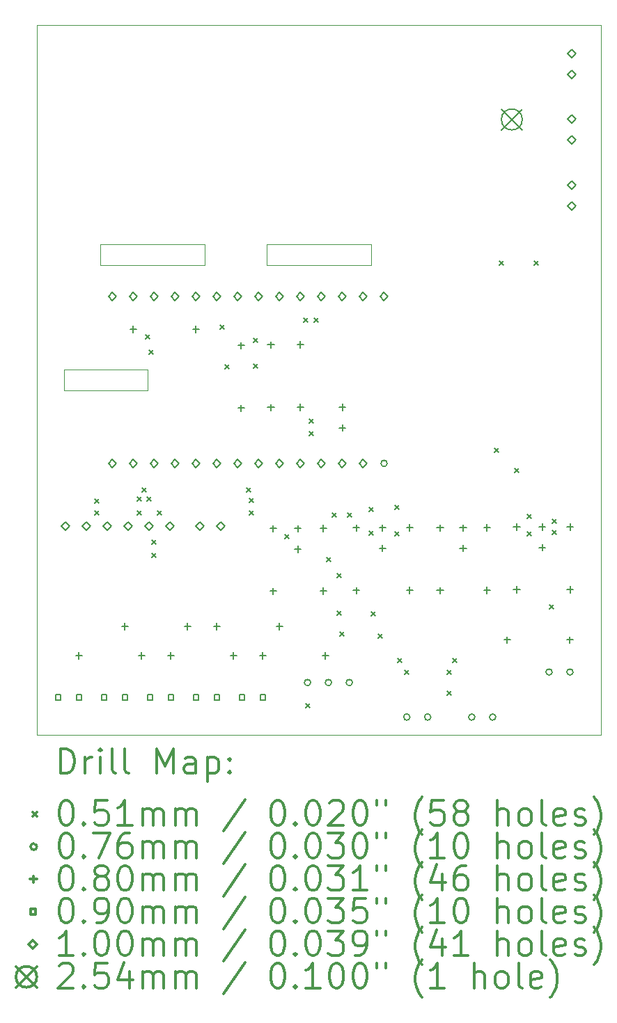
<source format=gbr>
%FSLAX45Y45*%
G04 Gerber Fmt 4.5, Leading zero omitted, Abs format (unit mm)*
G04 Created by KiCad (PCBNEW (5.1.4)-1) date 2019-12-10 14:52:41*
%MOMM*%
%LPD*%
G04 APERTURE LIST*
%ADD10C,0.100000*%
%ADD11C,0.200000*%
%ADD12C,0.300000*%
G04 APERTURE END LIST*
D10*
X4572600Y-5207000D02*
X4572600Y-5461000D01*
X3302600Y-5207000D02*
X3302600Y-5461000D01*
X3302600Y-5207000D02*
X4572600Y-5207000D01*
X3302600Y-5461000D02*
X4572600Y-5461000D01*
X5334000Y-5461000D02*
X5334000Y-5207000D01*
X6604000Y-5207000D02*
X6604000Y-5461000D01*
X5334000Y-5207000D02*
X6604000Y-5207000D01*
X5334000Y-5461000D02*
X6604000Y-5461000D01*
X2870200Y-6985000D02*
X3886200Y-6985000D01*
X3886200Y-6731000D02*
X2870200Y-6731000D01*
X2870200Y-6731000D02*
X2870200Y-6985000D01*
X2540000Y-11176000D02*
X9398000Y-11176000D01*
X9398000Y-2540000D02*
X9398000Y-11176000D01*
X2540000Y-2540000D02*
X2540000Y-11176000D01*
X3886200Y-6731000D02*
X3886200Y-6985000D01*
X2540000Y-2540000D02*
X9398000Y-2540000D01*
D11*
X3238600Y-8303480D02*
X3289400Y-8354280D01*
X3289400Y-8303480D02*
X3238600Y-8354280D01*
X3238600Y-8451600D02*
X3289400Y-8502400D01*
X3289400Y-8451600D02*
X3238600Y-8502400D01*
X3755580Y-8450620D02*
X3806380Y-8501420D01*
X3806380Y-8450620D02*
X3755580Y-8501420D01*
X3755600Y-8278600D02*
X3806400Y-8329400D01*
X3806400Y-8278600D02*
X3755600Y-8329400D01*
X3812600Y-8168600D02*
X3863400Y-8219400D01*
X3863400Y-8168600D02*
X3812600Y-8219400D01*
X3855600Y-6304600D02*
X3906400Y-6355400D01*
X3906400Y-6304600D02*
X3855600Y-6355400D01*
X3873600Y-8278600D02*
X3924400Y-8329400D01*
X3924400Y-8278600D02*
X3873600Y-8329400D01*
X3873600Y-8278600D02*
X3924400Y-8329400D01*
X3924400Y-8278600D02*
X3873600Y-8329400D01*
X3898821Y-6495091D02*
X3949621Y-6545891D01*
X3949621Y-6495091D02*
X3898821Y-6545891D01*
X3930600Y-8802600D02*
X3981400Y-8853400D01*
X3981400Y-8802600D02*
X3930600Y-8853400D01*
X3930650Y-8969756D02*
X3981450Y-9020556D01*
X3981450Y-8969756D02*
X3930650Y-9020556D01*
X3930650Y-8969756D02*
X3981450Y-9020556D01*
X3981450Y-8969756D02*
X3930650Y-9020556D01*
X3999600Y-8450600D02*
X4050400Y-8501400D01*
X4050400Y-8450600D02*
X3999600Y-8501400D01*
X4763870Y-6188600D02*
X4814670Y-6239400D01*
X4814670Y-6188600D02*
X4763870Y-6239400D01*
X4824600Y-6676600D02*
X4875400Y-6727400D01*
X4875400Y-6676600D02*
X4824600Y-6727400D01*
X5080600Y-8171600D02*
X5131400Y-8222400D01*
X5131400Y-8171600D02*
X5080600Y-8222400D01*
X5122600Y-8299600D02*
X5173400Y-8350400D01*
X5173400Y-8299600D02*
X5122600Y-8350400D01*
X5122600Y-8451600D02*
X5173400Y-8502400D01*
X5173400Y-8451600D02*
X5122600Y-8502400D01*
X5168600Y-6353600D02*
X5219400Y-6404400D01*
X5219400Y-6353600D02*
X5168600Y-6404400D01*
X5168600Y-6665091D02*
X5219400Y-6715891D01*
X5219400Y-6665091D02*
X5168600Y-6715891D01*
X5553600Y-8736600D02*
X5604400Y-8787400D01*
X5604400Y-8736600D02*
X5553600Y-8787400D01*
X5776600Y-6102600D02*
X5827400Y-6153400D01*
X5827400Y-6102600D02*
X5776600Y-6153400D01*
X5776600Y-6102600D02*
X5827400Y-6153400D01*
X5827400Y-6102600D02*
X5776600Y-6153400D01*
X5800600Y-10799600D02*
X5851400Y-10850400D01*
X5851400Y-10799600D02*
X5800600Y-10850400D01*
X5842600Y-7334600D02*
X5893400Y-7385400D01*
X5893400Y-7334600D02*
X5842600Y-7385400D01*
X5842600Y-7334600D02*
X5893400Y-7385400D01*
X5893400Y-7334600D02*
X5842600Y-7385400D01*
X5842600Y-7489600D02*
X5893400Y-7540400D01*
X5893400Y-7489600D02*
X5842600Y-7540400D01*
X5907370Y-6102600D02*
X5958170Y-6153400D01*
X5958170Y-6102600D02*
X5907370Y-6153400D01*
X6059600Y-9019600D02*
X6110400Y-9070400D01*
X6110400Y-9019600D02*
X6059600Y-9070400D01*
X6059600Y-9019600D02*
X6110400Y-9070400D01*
X6110400Y-9019600D02*
X6059600Y-9070400D01*
X6124600Y-8474600D02*
X6175400Y-8525400D01*
X6175400Y-8474600D02*
X6124600Y-8525400D01*
X6185850Y-9667850D02*
X6236650Y-9718650D01*
X6236650Y-9667850D02*
X6185850Y-9718650D01*
X6186600Y-9210600D02*
X6237400Y-9261400D01*
X6237400Y-9210600D02*
X6186600Y-9261400D01*
X6217600Y-9922600D02*
X6268400Y-9973400D01*
X6268400Y-9922600D02*
X6217600Y-9973400D01*
X6314600Y-8474600D02*
X6365400Y-8525400D01*
X6365400Y-8474600D02*
X6314600Y-8525400D01*
X6572600Y-8409830D02*
X6623400Y-8460630D01*
X6623400Y-8409830D02*
X6572600Y-8460630D01*
X6572600Y-8695370D02*
X6623400Y-8746170D01*
X6623400Y-8695370D02*
X6572600Y-8746170D01*
X6598600Y-9674600D02*
X6649400Y-9725400D01*
X6649400Y-9674600D02*
X6598600Y-9725400D01*
X6598600Y-9674600D02*
X6649400Y-9725400D01*
X6649400Y-9674600D02*
X6598600Y-9725400D01*
X6680600Y-9947600D02*
X6731400Y-9998400D01*
X6731400Y-9947600D02*
X6680600Y-9998400D01*
X6884600Y-8384600D02*
X6935400Y-8435400D01*
X6935400Y-8384600D02*
X6884600Y-8435400D01*
X6884600Y-8704600D02*
X6935400Y-8755400D01*
X6935400Y-8704600D02*
X6884600Y-8755400D01*
X6924600Y-10241600D02*
X6975400Y-10292400D01*
X6975400Y-10241600D02*
X6924600Y-10292400D01*
X7007600Y-10392600D02*
X7058400Y-10443400D01*
X7058400Y-10392600D02*
X7007600Y-10443400D01*
X7520600Y-10393600D02*
X7571400Y-10444400D01*
X7571400Y-10393600D02*
X7520600Y-10444400D01*
X7520600Y-10393600D02*
X7571400Y-10444400D01*
X7571400Y-10393600D02*
X7520600Y-10444400D01*
X7520600Y-10640600D02*
X7571400Y-10691400D01*
X7571400Y-10640600D02*
X7520600Y-10691400D01*
X7592600Y-10241600D02*
X7643400Y-10292400D01*
X7643400Y-10241600D02*
X7592600Y-10292400D01*
X8094600Y-7686600D02*
X8145400Y-7737400D01*
X8145400Y-7686600D02*
X8094600Y-7737400D01*
X8154600Y-5414600D02*
X8205400Y-5465400D01*
X8205400Y-5414600D02*
X8154600Y-5465400D01*
X8343600Y-7935600D02*
X8394400Y-7986400D01*
X8394400Y-7935600D02*
X8343600Y-7986400D01*
X8494600Y-8494600D02*
X8545400Y-8545400D01*
X8545400Y-8494600D02*
X8494600Y-8545400D01*
X8494600Y-8704600D02*
X8545400Y-8755400D01*
X8545400Y-8704600D02*
X8494600Y-8755400D01*
X8584600Y-5414600D02*
X8635400Y-5465400D01*
X8635400Y-5414600D02*
X8584600Y-5465400D01*
X8764600Y-9594600D02*
X8815400Y-9645400D01*
X8815400Y-9594600D02*
X8764600Y-9645400D01*
X8804600Y-8554600D02*
X8855400Y-8605400D01*
X8855400Y-8554600D02*
X8804600Y-8605400D01*
X8804600Y-8685370D02*
X8855400Y-8736170D01*
X8855400Y-8685370D02*
X8804600Y-8736170D01*
X8804600Y-8685370D02*
X8855400Y-8736170D01*
X8855400Y-8685370D02*
X8804600Y-8736170D01*
X8801100Y-10412500D02*
G75*
G03X8801100Y-10412500I-38100J0D01*
G01*
X9055100Y-10412500D02*
G75*
G03X9055100Y-10412500I-38100J0D01*
G01*
X5864100Y-10540000D02*
G75*
G03X5864100Y-10540000I-38100J0D01*
G01*
X6118100Y-10540000D02*
G75*
G03X6118100Y-10540000I-38100J0D01*
G01*
X6372100Y-10540000D02*
G75*
G03X6372100Y-10540000I-38100J0D01*
G01*
X7071100Y-10960000D02*
G75*
G03X7071100Y-10960000I-38100J0D01*
G01*
X7325100Y-10960000D02*
G75*
G03X7325100Y-10960000I-38100J0D01*
G01*
X7861100Y-10960000D02*
G75*
G03X7861100Y-10960000I-38100J0D01*
G01*
X8115100Y-10960000D02*
G75*
G03X8115100Y-10960000I-38100J0D01*
G01*
X6794600Y-7874000D02*
G75*
G03X6794600Y-7874000I-38100J0D01*
G01*
X6739000Y-8616000D02*
X6739000Y-8696000D01*
X6699000Y-8656000D02*
X6779000Y-8656000D01*
X6739000Y-8866000D02*
X6739000Y-8946000D01*
X6699000Y-8906000D02*
X6779000Y-8906000D01*
X9019000Y-8606000D02*
X9019000Y-8686000D01*
X8979000Y-8646000D02*
X9059000Y-8646000D01*
X9019000Y-9368000D02*
X9019000Y-9448000D01*
X8979000Y-9408000D02*
X9059000Y-9408000D01*
X3048000Y-10170800D02*
X3048000Y-10250800D01*
X3008000Y-10210800D02*
X3088000Y-10210800D01*
X3810000Y-10170800D02*
X3810000Y-10250800D01*
X3770000Y-10210800D02*
X3850000Y-10210800D01*
X5709000Y-8626000D02*
X5709000Y-8706000D01*
X5669000Y-8666000D02*
X5749000Y-8666000D01*
X5709000Y-8876000D02*
X5709000Y-8956000D01*
X5669000Y-8916000D02*
X5749000Y-8916000D01*
X8009000Y-8614000D02*
X8009000Y-8694000D01*
X7969000Y-8654000D02*
X8049000Y-8654000D01*
X8009000Y-9376000D02*
X8009000Y-9456000D01*
X7969000Y-9416000D02*
X8049000Y-9416000D01*
X8679000Y-8606000D02*
X8679000Y-8686000D01*
X8639000Y-8646000D02*
X8719000Y-8646000D01*
X8679000Y-8856000D02*
X8679000Y-8936000D01*
X8639000Y-8896000D02*
X8719000Y-8896000D01*
X6019000Y-8624000D02*
X6019000Y-8704000D01*
X5979000Y-8664000D02*
X6059000Y-8664000D01*
X6019000Y-9386000D02*
X6019000Y-9466000D01*
X5979000Y-9426000D02*
X6059000Y-9426000D01*
X5409000Y-8626000D02*
X5409000Y-8706000D01*
X5369000Y-8666000D02*
X5449000Y-8666000D01*
X5409000Y-9388000D02*
X5409000Y-9468000D01*
X5369000Y-9428000D02*
X5449000Y-9428000D01*
X3606800Y-9815200D02*
X3606800Y-9895200D01*
X3566800Y-9855200D02*
X3646800Y-9855200D01*
X4368800Y-9815200D02*
X4368800Y-9895200D01*
X4328800Y-9855200D02*
X4408800Y-9855200D01*
X7439000Y-8616000D02*
X7439000Y-8696000D01*
X7399000Y-8656000D02*
X7479000Y-8656000D01*
X7439000Y-9378000D02*
X7439000Y-9458000D01*
X7399000Y-9418000D02*
X7479000Y-9418000D01*
X5020000Y-6398000D02*
X5020000Y-6478000D01*
X4980000Y-6438000D02*
X5060000Y-6438000D01*
X5020000Y-7160000D02*
X5020000Y-7240000D01*
X4980000Y-7200000D02*
X5060000Y-7200000D01*
X7719000Y-8616000D02*
X7719000Y-8696000D01*
X7679000Y-8656000D02*
X7759000Y-8656000D01*
X7719000Y-8866000D02*
X7719000Y-8946000D01*
X7679000Y-8906000D02*
X7759000Y-8906000D01*
X8369000Y-8604000D02*
X8369000Y-8684000D01*
X8329000Y-8644000D02*
X8409000Y-8644000D01*
X8369000Y-9366000D02*
X8369000Y-9446000D01*
X8329000Y-9406000D02*
X8409000Y-9406000D01*
X7070000Y-8615000D02*
X7070000Y-8695000D01*
X7030000Y-8655000D02*
X7110000Y-8655000D01*
X7070000Y-9377000D02*
X7070000Y-9457000D01*
X7030000Y-9417000D02*
X7110000Y-9417000D01*
X3708000Y-6200000D02*
X3708000Y-6280000D01*
X3668000Y-6240000D02*
X3748000Y-6240000D01*
X4470000Y-6200000D02*
X4470000Y-6280000D01*
X4430000Y-6240000D02*
X4510000Y-6240000D01*
X5283200Y-10170800D02*
X5283200Y-10250800D01*
X5243200Y-10210800D02*
X5323200Y-10210800D01*
X6045200Y-10170800D02*
X6045200Y-10250800D01*
X6005200Y-10210800D02*
X6085200Y-10210800D01*
X4165600Y-10170800D02*
X4165600Y-10250800D01*
X4125600Y-10210800D02*
X4205600Y-10210800D01*
X4927600Y-10170800D02*
X4927600Y-10250800D01*
X4887600Y-10210800D02*
X4967600Y-10210800D01*
X8255000Y-9980000D02*
X8255000Y-10060000D01*
X8215000Y-10020000D02*
X8295000Y-10020000D01*
X9017000Y-9980000D02*
X9017000Y-10060000D01*
X8977000Y-10020000D02*
X9057000Y-10020000D01*
X4724400Y-9815200D02*
X4724400Y-9895200D01*
X4684400Y-9855200D02*
X4764400Y-9855200D01*
X5486400Y-9815200D02*
X5486400Y-9895200D01*
X5446400Y-9855200D02*
X5526400Y-9855200D01*
X5740000Y-6388000D02*
X5740000Y-6468000D01*
X5700000Y-6428000D02*
X5780000Y-6428000D01*
X5740000Y-7150000D02*
X5740000Y-7230000D01*
X5700000Y-7190000D02*
X5780000Y-7190000D01*
X6250000Y-7150000D02*
X6250000Y-7230000D01*
X6210000Y-7190000D02*
X6290000Y-7190000D01*
X6250000Y-7400000D02*
X6250000Y-7480000D01*
X6210000Y-7440000D02*
X6290000Y-7440000D01*
X6419000Y-8616000D02*
X6419000Y-8696000D01*
X6379000Y-8656000D02*
X6459000Y-8656000D01*
X6419000Y-9378000D02*
X6419000Y-9458000D01*
X6379000Y-9418000D02*
X6459000Y-9418000D01*
X5380000Y-6390000D02*
X5380000Y-6470000D01*
X5340000Y-6430000D02*
X5420000Y-6430000D01*
X5380000Y-7152000D02*
X5380000Y-7232000D01*
X5340000Y-7192000D02*
X5420000Y-7192000D01*
X2825820Y-10750620D02*
X2825820Y-10686980D01*
X2762180Y-10686980D01*
X2762180Y-10750620D01*
X2825820Y-10750620D01*
X3079820Y-10750620D02*
X3079820Y-10686980D01*
X3016180Y-10686980D01*
X3016180Y-10750620D01*
X3079820Y-10750620D01*
X5061020Y-10750620D02*
X5061020Y-10686980D01*
X4997380Y-10686980D01*
X4997380Y-10750620D01*
X5061020Y-10750620D01*
X5315020Y-10750620D02*
X5315020Y-10686980D01*
X5251380Y-10686980D01*
X5251380Y-10750620D01*
X5315020Y-10750620D01*
X4502220Y-10750620D02*
X4502220Y-10686980D01*
X4438580Y-10686980D01*
X4438580Y-10750620D01*
X4502220Y-10750620D01*
X4756220Y-10750620D02*
X4756220Y-10686980D01*
X4692580Y-10686980D01*
X4692580Y-10750620D01*
X4756220Y-10750620D01*
X3943420Y-10750620D02*
X3943420Y-10686980D01*
X3879780Y-10686980D01*
X3879780Y-10750620D01*
X3943420Y-10750620D01*
X4197420Y-10750620D02*
X4197420Y-10686980D01*
X4133780Y-10686980D01*
X4133780Y-10750620D01*
X4197420Y-10750620D01*
X3384620Y-10750620D02*
X3384620Y-10686980D01*
X3320980Y-10686980D01*
X3320980Y-10750620D01*
X3384620Y-10750620D01*
X3638620Y-10750620D02*
X3638620Y-10686980D01*
X3574980Y-10686980D01*
X3574980Y-10750620D01*
X3638620Y-10750620D01*
X3454500Y-5892000D02*
X3504500Y-5842000D01*
X3454500Y-5792000D01*
X3404500Y-5842000D01*
X3454500Y-5892000D01*
X3454500Y-7924000D02*
X3504500Y-7874000D01*
X3454500Y-7824000D01*
X3404500Y-7874000D01*
X3454500Y-7924000D01*
X3708500Y-5892000D02*
X3758500Y-5842000D01*
X3708500Y-5792000D01*
X3658500Y-5842000D01*
X3708500Y-5892000D01*
X3708500Y-7924000D02*
X3758500Y-7874000D01*
X3708500Y-7824000D01*
X3658500Y-7874000D01*
X3708500Y-7924000D01*
X3962500Y-5892000D02*
X4012500Y-5842000D01*
X3962500Y-5792000D01*
X3912500Y-5842000D01*
X3962500Y-5892000D01*
X3962500Y-7924000D02*
X4012500Y-7874000D01*
X3962500Y-7824000D01*
X3912500Y-7874000D01*
X3962500Y-7924000D01*
X4216500Y-5892000D02*
X4266500Y-5842000D01*
X4216500Y-5792000D01*
X4166500Y-5842000D01*
X4216500Y-5892000D01*
X4216500Y-7924000D02*
X4266500Y-7874000D01*
X4216500Y-7824000D01*
X4166500Y-7874000D01*
X4216500Y-7924000D01*
X4470500Y-5892000D02*
X4520500Y-5842000D01*
X4470500Y-5792000D01*
X4420500Y-5842000D01*
X4470500Y-5892000D01*
X4470500Y-7924000D02*
X4520500Y-7874000D01*
X4470500Y-7824000D01*
X4420500Y-7874000D01*
X4470500Y-7924000D01*
X4724500Y-5892000D02*
X4774500Y-5842000D01*
X4724500Y-5792000D01*
X4674500Y-5842000D01*
X4724500Y-5892000D01*
X4724500Y-7924000D02*
X4774500Y-7874000D01*
X4724500Y-7824000D01*
X4674500Y-7874000D01*
X4724500Y-7924000D01*
X4978500Y-5892000D02*
X5028500Y-5842000D01*
X4978500Y-5792000D01*
X4928500Y-5842000D01*
X4978500Y-5892000D01*
X4978500Y-7924000D02*
X5028500Y-7874000D01*
X4978500Y-7824000D01*
X4928500Y-7874000D01*
X4978500Y-7924000D01*
X5232500Y-5892000D02*
X5282500Y-5842000D01*
X5232500Y-5792000D01*
X5182500Y-5842000D01*
X5232500Y-5892000D01*
X5232500Y-7924000D02*
X5282500Y-7874000D01*
X5232500Y-7824000D01*
X5182500Y-7874000D01*
X5232500Y-7924000D01*
X5486500Y-5892000D02*
X5536500Y-5842000D01*
X5486500Y-5792000D01*
X5436500Y-5842000D01*
X5486500Y-5892000D01*
X5486500Y-7924000D02*
X5536500Y-7874000D01*
X5486500Y-7824000D01*
X5436500Y-7874000D01*
X5486500Y-7924000D01*
X5740500Y-5892000D02*
X5790500Y-5842000D01*
X5740500Y-5792000D01*
X5690500Y-5842000D01*
X5740500Y-5892000D01*
X5740500Y-7924000D02*
X5790500Y-7874000D01*
X5740500Y-7824000D01*
X5690500Y-7874000D01*
X5740500Y-7924000D01*
X5994500Y-5892000D02*
X6044500Y-5842000D01*
X5994500Y-5792000D01*
X5944500Y-5842000D01*
X5994500Y-5892000D01*
X5994500Y-7924000D02*
X6044500Y-7874000D01*
X5994500Y-7824000D01*
X5944500Y-7874000D01*
X5994500Y-7924000D01*
X6248500Y-5892000D02*
X6298500Y-5842000D01*
X6248500Y-5792000D01*
X6198500Y-5842000D01*
X6248500Y-5892000D01*
X6248500Y-7924000D02*
X6298500Y-7874000D01*
X6248500Y-7824000D01*
X6198500Y-7874000D01*
X6248500Y-7924000D01*
X6502500Y-5892000D02*
X6552500Y-5842000D01*
X6502500Y-5792000D01*
X6452500Y-5842000D01*
X6502500Y-5892000D01*
X6502500Y-7924000D02*
X6552500Y-7874000D01*
X6502500Y-7824000D01*
X6452500Y-7874000D01*
X6502500Y-7924000D01*
X6756500Y-5892000D02*
X6806500Y-5842000D01*
X6756500Y-5792000D01*
X6706500Y-5842000D01*
X6756500Y-5892000D01*
X4519000Y-8686000D02*
X4569000Y-8636000D01*
X4519000Y-8586000D01*
X4469000Y-8636000D01*
X4519000Y-8686000D01*
X4773000Y-8686000D02*
X4823000Y-8636000D01*
X4773000Y-8586000D01*
X4723000Y-8636000D01*
X4773000Y-8686000D01*
X9040000Y-3736000D02*
X9090000Y-3686000D01*
X9040000Y-3636000D01*
X8990000Y-3686000D01*
X9040000Y-3736000D01*
X9040000Y-3990000D02*
X9090000Y-3940000D01*
X9040000Y-3890000D01*
X8990000Y-3940000D01*
X9040000Y-3990000D01*
X2883000Y-8686000D02*
X2933000Y-8636000D01*
X2883000Y-8586000D01*
X2833000Y-8636000D01*
X2883000Y-8686000D01*
X3137000Y-8686000D02*
X3187000Y-8636000D01*
X3137000Y-8586000D01*
X3087000Y-8636000D01*
X3137000Y-8686000D01*
X3391000Y-8686000D02*
X3441000Y-8636000D01*
X3391000Y-8586000D01*
X3341000Y-8636000D01*
X3391000Y-8686000D01*
X3645000Y-8686000D02*
X3695000Y-8636000D01*
X3645000Y-8586000D01*
X3595000Y-8636000D01*
X3645000Y-8686000D01*
X3899000Y-8686000D02*
X3949000Y-8636000D01*
X3899000Y-8586000D01*
X3849000Y-8636000D01*
X3899000Y-8686000D01*
X4153000Y-8686000D02*
X4203000Y-8636000D01*
X4153000Y-8586000D01*
X4103000Y-8636000D01*
X4153000Y-8686000D01*
X9040000Y-4536000D02*
X9090000Y-4486000D01*
X9040000Y-4436000D01*
X8990000Y-4486000D01*
X9040000Y-4536000D01*
X9040000Y-4790000D02*
X9090000Y-4740000D01*
X9040000Y-4690000D01*
X8990000Y-4740000D01*
X9040000Y-4790000D01*
X9040000Y-2936000D02*
X9090000Y-2886000D01*
X9040000Y-2836000D01*
X8990000Y-2886000D01*
X9040000Y-2936000D01*
X9040000Y-3190000D02*
X9090000Y-3140000D01*
X9040000Y-3090000D01*
X8990000Y-3140000D01*
X9040000Y-3190000D01*
X8183000Y-3563000D02*
X8437000Y-3817000D01*
X8437000Y-3563000D02*
X8183000Y-3817000D01*
X8437000Y-3690000D02*
G75*
G03X8437000Y-3690000I-127000J0D01*
G01*
D12*
X2821428Y-11646714D02*
X2821428Y-11346714D01*
X2892857Y-11346714D01*
X2935714Y-11361000D01*
X2964286Y-11389571D01*
X2978571Y-11418143D01*
X2992857Y-11475286D01*
X2992857Y-11518143D01*
X2978571Y-11575286D01*
X2964286Y-11603857D01*
X2935714Y-11632429D01*
X2892857Y-11646714D01*
X2821428Y-11646714D01*
X3121428Y-11646714D02*
X3121428Y-11446714D01*
X3121428Y-11503857D02*
X3135714Y-11475286D01*
X3150000Y-11461000D01*
X3178571Y-11446714D01*
X3207143Y-11446714D01*
X3307143Y-11646714D02*
X3307143Y-11446714D01*
X3307143Y-11346714D02*
X3292857Y-11361000D01*
X3307143Y-11375286D01*
X3321428Y-11361000D01*
X3307143Y-11346714D01*
X3307143Y-11375286D01*
X3492857Y-11646714D02*
X3464286Y-11632429D01*
X3450000Y-11603857D01*
X3450000Y-11346714D01*
X3650000Y-11646714D02*
X3621428Y-11632429D01*
X3607143Y-11603857D01*
X3607143Y-11346714D01*
X3992857Y-11646714D02*
X3992857Y-11346714D01*
X4092857Y-11561000D01*
X4192857Y-11346714D01*
X4192857Y-11646714D01*
X4464286Y-11646714D02*
X4464286Y-11489571D01*
X4450000Y-11461000D01*
X4421428Y-11446714D01*
X4364286Y-11446714D01*
X4335714Y-11461000D01*
X4464286Y-11632429D02*
X4435714Y-11646714D01*
X4364286Y-11646714D01*
X4335714Y-11632429D01*
X4321428Y-11603857D01*
X4321428Y-11575286D01*
X4335714Y-11546714D01*
X4364286Y-11532429D01*
X4435714Y-11532429D01*
X4464286Y-11518143D01*
X4607143Y-11446714D02*
X4607143Y-11746714D01*
X4607143Y-11461000D02*
X4635714Y-11446714D01*
X4692857Y-11446714D01*
X4721428Y-11461000D01*
X4735714Y-11475286D01*
X4750000Y-11503857D01*
X4750000Y-11589571D01*
X4735714Y-11618143D01*
X4721428Y-11632429D01*
X4692857Y-11646714D01*
X4635714Y-11646714D01*
X4607143Y-11632429D01*
X4878571Y-11618143D02*
X4892857Y-11632429D01*
X4878571Y-11646714D01*
X4864286Y-11632429D01*
X4878571Y-11618143D01*
X4878571Y-11646714D01*
X4878571Y-11461000D02*
X4892857Y-11475286D01*
X4878571Y-11489571D01*
X4864286Y-11475286D01*
X4878571Y-11461000D01*
X4878571Y-11489571D01*
X2484200Y-12115600D02*
X2535000Y-12166400D01*
X2535000Y-12115600D02*
X2484200Y-12166400D01*
X2878571Y-11976714D02*
X2907143Y-11976714D01*
X2935714Y-11991000D01*
X2950000Y-12005286D01*
X2964286Y-12033857D01*
X2978571Y-12091000D01*
X2978571Y-12162429D01*
X2964286Y-12219571D01*
X2950000Y-12248143D01*
X2935714Y-12262429D01*
X2907143Y-12276714D01*
X2878571Y-12276714D01*
X2850000Y-12262429D01*
X2835714Y-12248143D01*
X2821428Y-12219571D01*
X2807143Y-12162429D01*
X2807143Y-12091000D01*
X2821428Y-12033857D01*
X2835714Y-12005286D01*
X2850000Y-11991000D01*
X2878571Y-11976714D01*
X3107143Y-12248143D02*
X3121428Y-12262429D01*
X3107143Y-12276714D01*
X3092857Y-12262429D01*
X3107143Y-12248143D01*
X3107143Y-12276714D01*
X3392857Y-11976714D02*
X3250000Y-11976714D01*
X3235714Y-12119571D01*
X3250000Y-12105286D01*
X3278571Y-12091000D01*
X3350000Y-12091000D01*
X3378571Y-12105286D01*
X3392857Y-12119571D01*
X3407143Y-12148143D01*
X3407143Y-12219571D01*
X3392857Y-12248143D01*
X3378571Y-12262429D01*
X3350000Y-12276714D01*
X3278571Y-12276714D01*
X3250000Y-12262429D01*
X3235714Y-12248143D01*
X3692857Y-12276714D02*
X3521428Y-12276714D01*
X3607143Y-12276714D02*
X3607143Y-11976714D01*
X3578571Y-12019571D01*
X3550000Y-12048143D01*
X3521428Y-12062429D01*
X3821428Y-12276714D02*
X3821428Y-12076714D01*
X3821428Y-12105286D02*
X3835714Y-12091000D01*
X3864286Y-12076714D01*
X3907143Y-12076714D01*
X3935714Y-12091000D01*
X3950000Y-12119571D01*
X3950000Y-12276714D01*
X3950000Y-12119571D02*
X3964286Y-12091000D01*
X3992857Y-12076714D01*
X4035714Y-12076714D01*
X4064286Y-12091000D01*
X4078571Y-12119571D01*
X4078571Y-12276714D01*
X4221428Y-12276714D02*
X4221428Y-12076714D01*
X4221428Y-12105286D02*
X4235714Y-12091000D01*
X4264286Y-12076714D01*
X4307143Y-12076714D01*
X4335714Y-12091000D01*
X4350000Y-12119571D01*
X4350000Y-12276714D01*
X4350000Y-12119571D02*
X4364286Y-12091000D01*
X4392857Y-12076714D01*
X4435714Y-12076714D01*
X4464286Y-12091000D01*
X4478571Y-12119571D01*
X4478571Y-12276714D01*
X5064286Y-11962429D02*
X4807143Y-12348143D01*
X5450000Y-11976714D02*
X5478571Y-11976714D01*
X5507143Y-11991000D01*
X5521428Y-12005286D01*
X5535714Y-12033857D01*
X5550000Y-12091000D01*
X5550000Y-12162429D01*
X5535714Y-12219571D01*
X5521428Y-12248143D01*
X5507143Y-12262429D01*
X5478571Y-12276714D01*
X5450000Y-12276714D01*
X5421428Y-12262429D01*
X5407143Y-12248143D01*
X5392857Y-12219571D01*
X5378571Y-12162429D01*
X5378571Y-12091000D01*
X5392857Y-12033857D01*
X5407143Y-12005286D01*
X5421428Y-11991000D01*
X5450000Y-11976714D01*
X5678571Y-12248143D02*
X5692857Y-12262429D01*
X5678571Y-12276714D01*
X5664286Y-12262429D01*
X5678571Y-12248143D01*
X5678571Y-12276714D01*
X5878571Y-11976714D02*
X5907143Y-11976714D01*
X5935714Y-11991000D01*
X5950000Y-12005286D01*
X5964286Y-12033857D01*
X5978571Y-12091000D01*
X5978571Y-12162429D01*
X5964286Y-12219571D01*
X5950000Y-12248143D01*
X5935714Y-12262429D01*
X5907143Y-12276714D01*
X5878571Y-12276714D01*
X5850000Y-12262429D01*
X5835714Y-12248143D01*
X5821428Y-12219571D01*
X5807143Y-12162429D01*
X5807143Y-12091000D01*
X5821428Y-12033857D01*
X5835714Y-12005286D01*
X5850000Y-11991000D01*
X5878571Y-11976714D01*
X6092857Y-12005286D02*
X6107143Y-11991000D01*
X6135714Y-11976714D01*
X6207143Y-11976714D01*
X6235714Y-11991000D01*
X6250000Y-12005286D01*
X6264286Y-12033857D01*
X6264286Y-12062429D01*
X6250000Y-12105286D01*
X6078571Y-12276714D01*
X6264286Y-12276714D01*
X6450000Y-11976714D02*
X6478571Y-11976714D01*
X6507143Y-11991000D01*
X6521428Y-12005286D01*
X6535714Y-12033857D01*
X6550000Y-12091000D01*
X6550000Y-12162429D01*
X6535714Y-12219571D01*
X6521428Y-12248143D01*
X6507143Y-12262429D01*
X6478571Y-12276714D01*
X6450000Y-12276714D01*
X6421428Y-12262429D01*
X6407143Y-12248143D01*
X6392857Y-12219571D01*
X6378571Y-12162429D01*
X6378571Y-12091000D01*
X6392857Y-12033857D01*
X6407143Y-12005286D01*
X6421428Y-11991000D01*
X6450000Y-11976714D01*
X6664286Y-11976714D02*
X6664286Y-12033857D01*
X6778571Y-11976714D02*
X6778571Y-12033857D01*
X7221428Y-12391000D02*
X7207143Y-12376714D01*
X7178571Y-12333857D01*
X7164286Y-12305286D01*
X7150000Y-12262429D01*
X7135714Y-12191000D01*
X7135714Y-12133857D01*
X7150000Y-12062429D01*
X7164286Y-12019571D01*
X7178571Y-11991000D01*
X7207143Y-11948143D01*
X7221428Y-11933857D01*
X7478571Y-11976714D02*
X7335714Y-11976714D01*
X7321428Y-12119571D01*
X7335714Y-12105286D01*
X7364286Y-12091000D01*
X7435714Y-12091000D01*
X7464286Y-12105286D01*
X7478571Y-12119571D01*
X7492857Y-12148143D01*
X7492857Y-12219571D01*
X7478571Y-12248143D01*
X7464286Y-12262429D01*
X7435714Y-12276714D01*
X7364286Y-12276714D01*
X7335714Y-12262429D01*
X7321428Y-12248143D01*
X7664286Y-12105286D02*
X7635714Y-12091000D01*
X7621428Y-12076714D01*
X7607143Y-12048143D01*
X7607143Y-12033857D01*
X7621428Y-12005286D01*
X7635714Y-11991000D01*
X7664286Y-11976714D01*
X7721428Y-11976714D01*
X7750000Y-11991000D01*
X7764286Y-12005286D01*
X7778571Y-12033857D01*
X7778571Y-12048143D01*
X7764286Y-12076714D01*
X7750000Y-12091000D01*
X7721428Y-12105286D01*
X7664286Y-12105286D01*
X7635714Y-12119571D01*
X7621428Y-12133857D01*
X7607143Y-12162429D01*
X7607143Y-12219571D01*
X7621428Y-12248143D01*
X7635714Y-12262429D01*
X7664286Y-12276714D01*
X7721428Y-12276714D01*
X7750000Y-12262429D01*
X7764286Y-12248143D01*
X7778571Y-12219571D01*
X7778571Y-12162429D01*
X7764286Y-12133857D01*
X7750000Y-12119571D01*
X7721428Y-12105286D01*
X8135714Y-12276714D02*
X8135714Y-11976714D01*
X8264286Y-12276714D02*
X8264286Y-12119571D01*
X8250000Y-12091000D01*
X8221428Y-12076714D01*
X8178571Y-12076714D01*
X8150000Y-12091000D01*
X8135714Y-12105286D01*
X8450000Y-12276714D02*
X8421428Y-12262429D01*
X8407143Y-12248143D01*
X8392857Y-12219571D01*
X8392857Y-12133857D01*
X8407143Y-12105286D01*
X8421428Y-12091000D01*
X8450000Y-12076714D01*
X8492857Y-12076714D01*
X8521428Y-12091000D01*
X8535714Y-12105286D01*
X8550000Y-12133857D01*
X8550000Y-12219571D01*
X8535714Y-12248143D01*
X8521428Y-12262429D01*
X8492857Y-12276714D01*
X8450000Y-12276714D01*
X8721428Y-12276714D02*
X8692857Y-12262429D01*
X8678571Y-12233857D01*
X8678571Y-11976714D01*
X8950000Y-12262429D02*
X8921428Y-12276714D01*
X8864286Y-12276714D01*
X8835714Y-12262429D01*
X8821428Y-12233857D01*
X8821428Y-12119571D01*
X8835714Y-12091000D01*
X8864286Y-12076714D01*
X8921428Y-12076714D01*
X8950000Y-12091000D01*
X8964286Y-12119571D01*
X8964286Y-12148143D01*
X8821428Y-12176714D01*
X9078571Y-12262429D02*
X9107143Y-12276714D01*
X9164286Y-12276714D01*
X9192857Y-12262429D01*
X9207143Y-12233857D01*
X9207143Y-12219571D01*
X9192857Y-12191000D01*
X9164286Y-12176714D01*
X9121428Y-12176714D01*
X9092857Y-12162429D01*
X9078571Y-12133857D01*
X9078571Y-12119571D01*
X9092857Y-12091000D01*
X9121428Y-12076714D01*
X9164286Y-12076714D01*
X9192857Y-12091000D01*
X9307143Y-12391000D02*
X9321428Y-12376714D01*
X9350000Y-12333857D01*
X9364286Y-12305286D01*
X9378571Y-12262429D01*
X9392857Y-12191000D01*
X9392857Y-12133857D01*
X9378571Y-12062429D01*
X9364286Y-12019571D01*
X9350000Y-11991000D01*
X9321428Y-11948143D01*
X9307143Y-11933857D01*
X2535000Y-12537000D02*
G75*
G03X2535000Y-12537000I-38100J0D01*
G01*
X2878571Y-12372714D02*
X2907143Y-12372714D01*
X2935714Y-12387000D01*
X2950000Y-12401286D01*
X2964286Y-12429857D01*
X2978571Y-12487000D01*
X2978571Y-12558429D01*
X2964286Y-12615571D01*
X2950000Y-12644143D01*
X2935714Y-12658429D01*
X2907143Y-12672714D01*
X2878571Y-12672714D01*
X2850000Y-12658429D01*
X2835714Y-12644143D01*
X2821428Y-12615571D01*
X2807143Y-12558429D01*
X2807143Y-12487000D01*
X2821428Y-12429857D01*
X2835714Y-12401286D01*
X2850000Y-12387000D01*
X2878571Y-12372714D01*
X3107143Y-12644143D02*
X3121428Y-12658429D01*
X3107143Y-12672714D01*
X3092857Y-12658429D01*
X3107143Y-12644143D01*
X3107143Y-12672714D01*
X3221428Y-12372714D02*
X3421428Y-12372714D01*
X3292857Y-12672714D01*
X3664286Y-12372714D02*
X3607143Y-12372714D01*
X3578571Y-12387000D01*
X3564286Y-12401286D01*
X3535714Y-12444143D01*
X3521428Y-12501286D01*
X3521428Y-12615571D01*
X3535714Y-12644143D01*
X3550000Y-12658429D01*
X3578571Y-12672714D01*
X3635714Y-12672714D01*
X3664286Y-12658429D01*
X3678571Y-12644143D01*
X3692857Y-12615571D01*
X3692857Y-12544143D01*
X3678571Y-12515571D01*
X3664286Y-12501286D01*
X3635714Y-12487000D01*
X3578571Y-12487000D01*
X3550000Y-12501286D01*
X3535714Y-12515571D01*
X3521428Y-12544143D01*
X3821428Y-12672714D02*
X3821428Y-12472714D01*
X3821428Y-12501286D02*
X3835714Y-12487000D01*
X3864286Y-12472714D01*
X3907143Y-12472714D01*
X3935714Y-12487000D01*
X3950000Y-12515571D01*
X3950000Y-12672714D01*
X3950000Y-12515571D02*
X3964286Y-12487000D01*
X3992857Y-12472714D01*
X4035714Y-12472714D01*
X4064286Y-12487000D01*
X4078571Y-12515571D01*
X4078571Y-12672714D01*
X4221428Y-12672714D02*
X4221428Y-12472714D01*
X4221428Y-12501286D02*
X4235714Y-12487000D01*
X4264286Y-12472714D01*
X4307143Y-12472714D01*
X4335714Y-12487000D01*
X4350000Y-12515571D01*
X4350000Y-12672714D01*
X4350000Y-12515571D02*
X4364286Y-12487000D01*
X4392857Y-12472714D01*
X4435714Y-12472714D01*
X4464286Y-12487000D01*
X4478571Y-12515571D01*
X4478571Y-12672714D01*
X5064286Y-12358429D02*
X4807143Y-12744143D01*
X5450000Y-12372714D02*
X5478571Y-12372714D01*
X5507143Y-12387000D01*
X5521428Y-12401286D01*
X5535714Y-12429857D01*
X5550000Y-12487000D01*
X5550000Y-12558429D01*
X5535714Y-12615571D01*
X5521428Y-12644143D01*
X5507143Y-12658429D01*
X5478571Y-12672714D01*
X5450000Y-12672714D01*
X5421428Y-12658429D01*
X5407143Y-12644143D01*
X5392857Y-12615571D01*
X5378571Y-12558429D01*
X5378571Y-12487000D01*
X5392857Y-12429857D01*
X5407143Y-12401286D01*
X5421428Y-12387000D01*
X5450000Y-12372714D01*
X5678571Y-12644143D02*
X5692857Y-12658429D01*
X5678571Y-12672714D01*
X5664286Y-12658429D01*
X5678571Y-12644143D01*
X5678571Y-12672714D01*
X5878571Y-12372714D02*
X5907143Y-12372714D01*
X5935714Y-12387000D01*
X5950000Y-12401286D01*
X5964286Y-12429857D01*
X5978571Y-12487000D01*
X5978571Y-12558429D01*
X5964286Y-12615571D01*
X5950000Y-12644143D01*
X5935714Y-12658429D01*
X5907143Y-12672714D01*
X5878571Y-12672714D01*
X5850000Y-12658429D01*
X5835714Y-12644143D01*
X5821428Y-12615571D01*
X5807143Y-12558429D01*
X5807143Y-12487000D01*
X5821428Y-12429857D01*
X5835714Y-12401286D01*
X5850000Y-12387000D01*
X5878571Y-12372714D01*
X6078571Y-12372714D02*
X6264286Y-12372714D01*
X6164286Y-12487000D01*
X6207143Y-12487000D01*
X6235714Y-12501286D01*
X6250000Y-12515571D01*
X6264286Y-12544143D01*
X6264286Y-12615571D01*
X6250000Y-12644143D01*
X6235714Y-12658429D01*
X6207143Y-12672714D01*
X6121428Y-12672714D01*
X6092857Y-12658429D01*
X6078571Y-12644143D01*
X6450000Y-12372714D02*
X6478571Y-12372714D01*
X6507143Y-12387000D01*
X6521428Y-12401286D01*
X6535714Y-12429857D01*
X6550000Y-12487000D01*
X6550000Y-12558429D01*
X6535714Y-12615571D01*
X6521428Y-12644143D01*
X6507143Y-12658429D01*
X6478571Y-12672714D01*
X6450000Y-12672714D01*
X6421428Y-12658429D01*
X6407143Y-12644143D01*
X6392857Y-12615571D01*
X6378571Y-12558429D01*
X6378571Y-12487000D01*
X6392857Y-12429857D01*
X6407143Y-12401286D01*
X6421428Y-12387000D01*
X6450000Y-12372714D01*
X6664286Y-12372714D02*
X6664286Y-12429857D01*
X6778571Y-12372714D02*
X6778571Y-12429857D01*
X7221428Y-12787000D02*
X7207143Y-12772714D01*
X7178571Y-12729857D01*
X7164286Y-12701286D01*
X7150000Y-12658429D01*
X7135714Y-12587000D01*
X7135714Y-12529857D01*
X7150000Y-12458429D01*
X7164286Y-12415571D01*
X7178571Y-12387000D01*
X7207143Y-12344143D01*
X7221428Y-12329857D01*
X7492857Y-12672714D02*
X7321428Y-12672714D01*
X7407143Y-12672714D02*
X7407143Y-12372714D01*
X7378571Y-12415571D01*
X7350000Y-12444143D01*
X7321428Y-12458429D01*
X7678571Y-12372714D02*
X7707143Y-12372714D01*
X7735714Y-12387000D01*
X7750000Y-12401286D01*
X7764286Y-12429857D01*
X7778571Y-12487000D01*
X7778571Y-12558429D01*
X7764286Y-12615571D01*
X7750000Y-12644143D01*
X7735714Y-12658429D01*
X7707143Y-12672714D01*
X7678571Y-12672714D01*
X7650000Y-12658429D01*
X7635714Y-12644143D01*
X7621428Y-12615571D01*
X7607143Y-12558429D01*
X7607143Y-12487000D01*
X7621428Y-12429857D01*
X7635714Y-12401286D01*
X7650000Y-12387000D01*
X7678571Y-12372714D01*
X8135714Y-12672714D02*
X8135714Y-12372714D01*
X8264286Y-12672714D02*
X8264286Y-12515571D01*
X8250000Y-12487000D01*
X8221428Y-12472714D01*
X8178571Y-12472714D01*
X8150000Y-12487000D01*
X8135714Y-12501286D01*
X8450000Y-12672714D02*
X8421428Y-12658429D01*
X8407143Y-12644143D01*
X8392857Y-12615571D01*
X8392857Y-12529857D01*
X8407143Y-12501286D01*
X8421428Y-12487000D01*
X8450000Y-12472714D01*
X8492857Y-12472714D01*
X8521428Y-12487000D01*
X8535714Y-12501286D01*
X8550000Y-12529857D01*
X8550000Y-12615571D01*
X8535714Y-12644143D01*
X8521428Y-12658429D01*
X8492857Y-12672714D01*
X8450000Y-12672714D01*
X8721428Y-12672714D02*
X8692857Y-12658429D01*
X8678571Y-12629857D01*
X8678571Y-12372714D01*
X8950000Y-12658429D02*
X8921428Y-12672714D01*
X8864286Y-12672714D01*
X8835714Y-12658429D01*
X8821428Y-12629857D01*
X8821428Y-12515571D01*
X8835714Y-12487000D01*
X8864286Y-12472714D01*
X8921428Y-12472714D01*
X8950000Y-12487000D01*
X8964286Y-12515571D01*
X8964286Y-12544143D01*
X8821428Y-12572714D01*
X9078571Y-12658429D02*
X9107143Y-12672714D01*
X9164286Y-12672714D01*
X9192857Y-12658429D01*
X9207143Y-12629857D01*
X9207143Y-12615571D01*
X9192857Y-12587000D01*
X9164286Y-12572714D01*
X9121428Y-12572714D01*
X9092857Y-12558429D01*
X9078571Y-12529857D01*
X9078571Y-12515571D01*
X9092857Y-12487000D01*
X9121428Y-12472714D01*
X9164286Y-12472714D01*
X9192857Y-12487000D01*
X9307143Y-12787000D02*
X9321428Y-12772714D01*
X9350000Y-12729857D01*
X9364286Y-12701286D01*
X9378571Y-12658429D01*
X9392857Y-12587000D01*
X9392857Y-12529857D01*
X9378571Y-12458429D01*
X9364286Y-12415571D01*
X9350000Y-12387000D01*
X9321428Y-12344143D01*
X9307143Y-12329857D01*
X2495000Y-12893000D02*
X2495000Y-12973000D01*
X2455000Y-12933000D02*
X2535000Y-12933000D01*
X2878571Y-12768714D02*
X2907143Y-12768714D01*
X2935714Y-12783000D01*
X2950000Y-12797286D01*
X2964286Y-12825857D01*
X2978571Y-12883000D01*
X2978571Y-12954429D01*
X2964286Y-13011571D01*
X2950000Y-13040143D01*
X2935714Y-13054429D01*
X2907143Y-13068714D01*
X2878571Y-13068714D01*
X2850000Y-13054429D01*
X2835714Y-13040143D01*
X2821428Y-13011571D01*
X2807143Y-12954429D01*
X2807143Y-12883000D01*
X2821428Y-12825857D01*
X2835714Y-12797286D01*
X2850000Y-12783000D01*
X2878571Y-12768714D01*
X3107143Y-13040143D02*
X3121428Y-13054429D01*
X3107143Y-13068714D01*
X3092857Y-13054429D01*
X3107143Y-13040143D01*
X3107143Y-13068714D01*
X3292857Y-12897286D02*
X3264286Y-12883000D01*
X3250000Y-12868714D01*
X3235714Y-12840143D01*
X3235714Y-12825857D01*
X3250000Y-12797286D01*
X3264286Y-12783000D01*
X3292857Y-12768714D01*
X3350000Y-12768714D01*
X3378571Y-12783000D01*
X3392857Y-12797286D01*
X3407143Y-12825857D01*
X3407143Y-12840143D01*
X3392857Y-12868714D01*
X3378571Y-12883000D01*
X3350000Y-12897286D01*
X3292857Y-12897286D01*
X3264286Y-12911571D01*
X3250000Y-12925857D01*
X3235714Y-12954429D01*
X3235714Y-13011571D01*
X3250000Y-13040143D01*
X3264286Y-13054429D01*
X3292857Y-13068714D01*
X3350000Y-13068714D01*
X3378571Y-13054429D01*
X3392857Y-13040143D01*
X3407143Y-13011571D01*
X3407143Y-12954429D01*
X3392857Y-12925857D01*
X3378571Y-12911571D01*
X3350000Y-12897286D01*
X3592857Y-12768714D02*
X3621428Y-12768714D01*
X3650000Y-12783000D01*
X3664286Y-12797286D01*
X3678571Y-12825857D01*
X3692857Y-12883000D01*
X3692857Y-12954429D01*
X3678571Y-13011571D01*
X3664286Y-13040143D01*
X3650000Y-13054429D01*
X3621428Y-13068714D01*
X3592857Y-13068714D01*
X3564286Y-13054429D01*
X3550000Y-13040143D01*
X3535714Y-13011571D01*
X3521428Y-12954429D01*
X3521428Y-12883000D01*
X3535714Y-12825857D01*
X3550000Y-12797286D01*
X3564286Y-12783000D01*
X3592857Y-12768714D01*
X3821428Y-13068714D02*
X3821428Y-12868714D01*
X3821428Y-12897286D02*
X3835714Y-12883000D01*
X3864286Y-12868714D01*
X3907143Y-12868714D01*
X3935714Y-12883000D01*
X3950000Y-12911571D01*
X3950000Y-13068714D01*
X3950000Y-12911571D02*
X3964286Y-12883000D01*
X3992857Y-12868714D01*
X4035714Y-12868714D01*
X4064286Y-12883000D01*
X4078571Y-12911571D01*
X4078571Y-13068714D01*
X4221428Y-13068714D02*
X4221428Y-12868714D01*
X4221428Y-12897286D02*
X4235714Y-12883000D01*
X4264286Y-12868714D01*
X4307143Y-12868714D01*
X4335714Y-12883000D01*
X4350000Y-12911571D01*
X4350000Y-13068714D01*
X4350000Y-12911571D02*
X4364286Y-12883000D01*
X4392857Y-12868714D01*
X4435714Y-12868714D01*
X4464286Y-12883000D01*
X4478571Y-12911571D01*
X4478571Y-13068714D01*
X5064286Y-12754429D02*
X4807143Y-13140143D01*
X5450000Y-12768714D02*
X5478571Y-12768714D01*
X5507143Y-12783000D01*
X5521428Y-12797286D01*
X5535714Y-12825857D01*
X5550000Y-12883000D01*
X5550000Y-12954429D01*
X5535714Y-13011571D01*
X5521428Y-13040143D01*
X5507143Y-13054429D01*
X5478571Y-13068714D01*
X5450000Y-13068714D01*
X5421428Y-13054429D01*
X5407143Y-13040143D01*
X5392857Y-13011571D01*
X5378571Y-12954429D01*
X5378571Y-12883000D01*
X5392857Y-12825857D01*
X5407143Y-12797286D01*
X5421428Y-12783000D01*
X5450000Y-12768714D01*
X5678571Y-13040143D02*
X5692857Y-13054429D01*
X5678571Y-13068714D01*
X5664286Y-13054429D01*
X5678571Y-13040143D01*
X5678571Y-13068714D01*
X5878571Y-12768714D02*
X5907143Y-12768714D01*
X5935714Y-12783000D01*
X5950000Y-12797286D01*
X5964286Y-12825857D01*
X5978571Y-12883000D01*
X5978571Y-12954429D01*
X5964286Y-13011571D01*
X5950000Y-13040143D01*
X5935714Y-13054429D01*
X5907143Y-13068714D01*
X5878571Y-13068714D01*
X5850000Y-13054429D01*
X5835714Y-13040143D01*
X5821428Y-13011571D01*
X5807143Y-12954429D01*
X5807143Y-12883000D01*
X5821428Y-12825857D01*
X5835714Y-12797286D01*
X5850000Y-12783000D01*
X5878571Y-12768714D01*
X6078571Y-12768714D02*
X6264286Y-12768714D01*
X6164286Y-12883000D01*
X6207143Y-12883000D01*
X6235714Y-12897286D01*
X6250000Y-12911571D01*
X6264286Y-12940143D01*
X6264286Y-13011571D01*
X6250000Y-13040143D01*
X6235714Y-13054429D01*
X6207143Y-13068714D01*
X6121428Y-13068714D01*
X6092857Y-13054429D01*
X6078571Y-13040143D01*
X6550000Y-13068714D02*
X6378571Y-13068714D01*
X6464286Y-13068714D02*
X6464286Y-12768714D01*
X6435714Y-12811571D01*
X6407143Y-12840143D01*
X6378571Y-12854429D01*
X6664286Y-12768714D02*
X6664286Y-12825857D01*
X6778571Y-12768714D02*
X6778571Y-12825857D01*
X7221428Y-13183000D02*
X7207143Y-13168714D01*
X7178571Y-13125857D01*
X7164286Y-13097286D01*
X7150000Y-13054429D01*
X7135714Y-12983000D01*
X7135714Y-12925857D01*
X7150000Y-12854429D01*
X7164286Y-12811571D01*
X7178571Y-12783000D01*
X7207143Y-12740143D01*
X7221428Y-12725857D01*
X7464286Y-12868714D02*
X7464286Y-13068714D01*
X7392857Y-12754429D02*
X7321428Y-12968714D01*
X7507143Y-12968714D01*
X7750000Y-12768714D02*
X7692857Y-12768714D01*
X7664286Y-12783000D01*
X7650000Y-12797286D01*
X7621428Y-12840143D01*
X7607143Y-12897286D01*
X7607143Y-13011571D01*
X7621428Y-13040143D01*
X7635714Y-13054429D01*
X7664286Y-13068714D01*
X7721428Y-13068714D01*
X7750000Y-13054429D01*
X7764286Y-13040143D01*
X7778571Y-13011571D01*
X7778571Y-12940143D01*
X7764286Y-12911571D01*
X7750000Y-12897286D01*
X7721428Y-12883000D01*
X7664286Y-12883000D01*
X7635714Y-12897286D01*
X7621428Y-12911571D01*
X7607143Y-12940143D01*
X8135714Y-13068714D02*
X8135714Y-12768714D01*
X8264286Y-13068714D02*
X8264286Y-12911571D01*
X8250000Y-12883000D01*
X8221428Y-12868714D01*
X8178571Y-12868714D01*
X8150000Y-12883000D01*
X8135714Y-12897286D01*
X8450000Y-13068714D02*
X8421428Y-13054429D01*
X8407143Y-13040143D01*
X8392857Y-13011571D01*
X8392857Y-12925857D01*
X8407143Y-12897286D01*
X8421428Y-12883000D01*
X8450000Y-12868714D01*
X8492857Y-12868714D01*
X8521428Y-12883000D01*
X8535714Y-12897286D01*
X8550000Y-12925857D01*
X8550000Y-13011571D01*
X8535714Y-13040143D01*
X8521428Y-13054429D01*
X8492857Y-13068714D01*
X8450000Y-13068714D01*
X8721428Y-13068714D02*
X8692857Y-13054429D01*
X8678571Y-13025857D01*
X8678571Y-12768714D01*
X8950000Y-13054429D02*
X8921428Y-13068714D01*
X8864286Y-13068714D01*
X8835714Y-13054429D01*
X8821428Y-13025857D01*
X8821428Y-12911571D01*
X8835714Y-12883000D01*
X8864286Y-12868714D01*
X8921428Y-12868714D01*
X8950000Y-12883000D01*
X8964286Y-12911571D01*
X8964286Y-12940143D01*
X8821428Y-12968714D01*
X9078571Y-13054429D02*
X9107143Y-13068714D01*
X9164286Y-13068714D01*
X9192857Y-13054429D01*
X9207143Y-13025857D01*
X9207143Y-13011571D01*
X9192857Y-12983000D01*
X9164286Y-12968714D01*
X9121428Y-12968714D01*
X9092857Y-12954429D01*
X9078571Y-12925857D01*
X9078571Y-12911571D01*
X9092857Y-12883000D01*
X9121428Y-12868714D01*
X9164286Y-12868714D01*
X9192857Y-12883000D01*
X9307143Y-13183000D02*
X9321428Y-13168714D01*
X9350000Y-13125857D01*
X9364286Y-13097286D01*
X9378571Y-13054429D01*
X9392857Y-12983000D01*
X9392857Y-12925857D01*
X9378571Y-12854429D01*
X9364286Y-12811571D01*
X9350000Y-12783000D01*
X9321428Y-12740143D01*
X9307143Y-12725857D01*
X2521820Y-13360820D02*
X2521820Y-13297180D01*
X2458180Y-13297180D01*
X2458180Y-13360820D01*
X2521820Y-13360820D01*
X2878571Y-13164714D02*
X2907143Y-13164714D01*
X2935714Y-13179000D01*
X2950000Y-13193286D01*
X2964286Y-13221857D01*
X2978571Y-13279000D01*
X2978571Y-13350429D01*
X2964286Y-13407571D01*
X2950000Y-13436143D01*
X2935714Y-13450429D01*
X2907143Y-13464714D01*
X2878571Y-13464714D01*
X2850000Y-13450429D01*
X2835714Y-13436143D01*
X2821428Y-13407571D01*
X2807143Y-13350429D01*
X2807143Y-13279000D01*
X2821428Y-13221857D01*
X2835714Y-13193286D01*
X2850000Y-13179000D01*
X2878571Y-13164714D01*
X3107143Y-13436143D02*
X3121428Y-13450429D01*
X3107143Y-13464714D01*
X3092857Y-13450429D01*
X3107143Y-13436143D01*
X3107143Y-13464714D01*
X3264286Y-13464714D02*
X3321428Y-13464714D01*
X3350000Y-13450429D01*
X3364286Y-13436143D01*
X3392857Y-13393286D01*
X3407143Y-13336143D01*
X3407143Y-13221857D01*
X3392857Y-13193286D01*
X3378571Y-13179000D01*
X3350000Y-13164714D01*
X3292857Y-13164714D01*
X3264286Y-13179000D01*
X3250000Y-13193286D01*
X3235714Y-13221857D01*
X3235714Y-13293286D01*
X3250000Y-13321857D01*
X3264286Y-13336143D01*
X3292857Y-13350429D01*
X3350000Y-13350429D01*
X3378571Y-13336143D01*
X3392857Y-13321857D01*
X3407143Y-13293286D01*
X3592857Y-13164714D02*
X3621428Y-13164714D01*
X3650000Y-13179000D01*
X3664286Y-13193286D01*
X3678571Y-13221857D01*
X3692857Y-13279000D01*
X3692857Y-13350429D01*
X3678571Y-13407571D01*
X3664286Y-13436143D01*
X3650000Y-13450429D01*
X3621428Y-13464714D01*
X3592857Y-13464714D01*
X3564286Y-13450429D01*
X3550000Y-13436143D01*
X3535714Y-13407571D01*
X3521428Y-13350429D01*
X3521428Y-13279000D01*
X3535714Y-13221857D01*
X3550000Y-13193286D01*
X3564286Y-13179000D01*
X3592857Y-13164714D01*
X3821428Y-13464714D02*
X3821428Y-13264714D01*
X3821428Y-13293286D02*
X3835714Y-13279000D01*
X3864286Y-13264714D01*
X3907143Y-13264714D01*
X3935714Y-13279000D01*
X3950000Y-13307571D01*
X3950000Y-13464714D01*
X3950000Y-13307571D02*
X3964286Y-13279000D01*
X3992857Y-13264714D01*
X4035714Y-13264714D01*
X4064286Y-13279000D01*
X4078571Y-13307571D01*
X4078571Y-13464714D01*
X4221428Y-13464714D02*
X4221428Y-13264714D01*
X4221428Y-13293286D02*
X4235714Y-13279000D01*
X4264286Y-13264714D01*
X4307143Y-13264714D01*
X4335714Y-13279000D01*
X4350000Y-13307571D01*
X4350000Y-13464714D01*
X4350000Y-13307571D02*
X4364286Y-13279000D01*
X4392857Y-13264714D01*
X4435714Y-13264714D01*
X4464286Y-13279000D01*
X4478571Y-13307571D01*
X4478571Y-13464714D01*
X5064286Y-13150429D02*
X4807143Y-13536143D01*
X5450000Y-13164714D02*
X5478571Y-13164714D01*
X5507143Y-13179000D01*
X5521428Y-13193286D01*
X5535714Y-13221857D01*
X5550000Y-13279000D01*
X5550000Y-13350429D01*
X5535714Y-13407571D01*
X5521428Y-13436143D01*
X5507143Y-13450429D01*
X5478571Y-13464714D01*
X5450000Y-13464714D01*
X5421428Y-13450429D01*
X5407143Y-13436143D01*
X5392857Y-13407571D01*
X5378571Y-13350429D01*
X5378571Y-13279000D01*
X5392857Y-13221857D01*
X5407143Y-13193286D01*
X5421428Y-13179000D01*
X5450000Y-13164714D01*
X5678571Y-13436143D02*
X5692857Y-13450429D01*
X5678571Y-13464714D01*
X5664286Y-13450429D01*
X5678571Y-13436143D01*
X5678571Y-13464714D01*
X5878571Y-13164714D02*
X5907143Y-13164714D01*
X5935714Y-13179000D01*
X5950000Y-13193286D01*
X5964286Y-13221857D01*
X5978571Y-13279000D01*
X5978571Y-13350429D01*
X5964286Y-13407571D01*
X5950000Y-13436143D01*
X5935714Y-13450429D01*
X5907143Y-13464714D01*
X5878571Y-13464714D01*
X5850000Y-13450429D01*
X5835714Y-13436143D01*
X5821428Y-13407571D01*
X5807143Y-13350429D01*
X5807143Y-13279000D01*
X5821428Y-13221857D01*
X5835714Y-13193286D01*
X5850000Y-13179000D01*
X5878571Y-13164714D01*
X6078571Y-13164714D02*
X6264286Y-13164714D01*
X6164286Y-13279000D01*
X6207143Y-13279000D01*
X6235714Y-13293286D01*
X6250000Y-13307571D01*
X6264286Y-13336143D01*
X6264286Y-13407571D01*
X6250000Y-13436143D01*
X6235714Y-13450429D01*
X6207143Y-13464714D01*
X6121428Y-13464714D01*
X6092857Y-13450429D01*
X6078571Y-13436143D01*
X6535714Y-13164714D02*
X6392857Y-13164714D01*
X6378571Y-13307571D01*
X6392857Y-13293286D01*
X6421428Y-13279000D01*
X6492857Y-13279000D01*
X6521428Y-13293286D01*
X6535714Y-13307571D01*
X6550000Y-13336143D01*
X6550000Y-13407571D01*
X6535714Y-13436143D01*
X6521428Y-13450429D01*
X6492857Y-13464714D01*
X6421428Y-13464714D01*
X6392857Y-13450429D01*
X6378571Y-13436143D01*
X6664286Y-13164714D02*
X6664286Y-13221857D01*
X6778571Y-13164714D02*
X6778571Y-13221857D01*
X7221428Y-13579000D02*
X7207143Y-13564714D01*
X7178571Y-13521857D01*
X7164286Y-13493286D01*
X7150000Y-13450429D01*
X7135714Y-13379000D01*
X7135714Y-13321857D01*
X7150000Y-13250429D01*
X7164286Y-13207571D01*
X7178571Y-13179000D01*
X7207143Y-13136143D01*
X7221428Y-13121857D01*
X7492857Y-13464714D02*
X7321428Y-13464714D01*
X7407143Y-13464714D02*
X7407143Y-13164714D01*
X7378571Y-13207571D01*
X7350000Y-13236143D01*
X7321428Y-13250429D01*
X7678571Y-13164714D02*
X7707143Y-13164714D01*
X7735714Y-13179000D01*
X7750000Y-13193286D01*
X7764286Y-13221857D01*
X7778571Y-13279000D01*
X7778571Y-13350429D01*
X7764286Y-13407571D01*
X7750000Y-13436143D01*
X7735714Y-13450429D01*
X7707143Y-13464714D01*
X7678571Y-13464714D01*
X7650000Y-13450429D01*
X7635714Y-13436143D01*
X7621428Y-13407571D01*
X7607143Y-13350429D01*
X7607143Y-13279000D01*
X7621428Y-13221857D01*
X7635714Y-13193286D01*
X7650000Y-13179000D01*
X7678571Y-13164714D01*
X8135714Y-13464714D02*
X8135714Y-13164714D01*
X8264286Y-13464714D02*
X8264286Y-13307571D01*
X8250000Y-13279000D01*
X8221428Y-13264714D01*
X8178571Y-13264714D01*
X8150000Y-13279000D01*
X8135714Y-13293286D01*
X8450000Y-13464714D02*
X8421428Y-13450429D01*
X8407143Y-13436143D01*
X8392857Y-13407571D01*
X8392857Y-13321857D01*
X8407143Y-13293286D01*
X8421428Y-13279000D01*
X8450000Y-13264714D01*
X8492857Y-13264714D01*
X8521428Y-13279000D01*
X8535714Y-13293286D01*
X8550000Y-13321857D01*
X8550000Y-13407571D01*
X8535714Y-13436143D01*
X8521428Y-13450429D01*
X8492857Y-13464714D01*
X8450000Y-13464714D01*
X8721428Y-13464714D02*
X8692857Y-13450429D01*
X8678571Y-13421857D01*
X8678571Y-13164714D01*
X8950000Y-13450429D02*
X8921428Y-13464714D01*
X8864286Y-13464714D01*
X8835714Y-13450429D01*
X8821428Y-13421857D01*
X8821428Y-13307571D01*
X8835714Y-13279000D01*
X8864286Y-13264714D01*
X8921428Y-13264714D01*
X8950000Y-13279000D01*
X8964286Y-13307571D01*
X8964286Y-13336143D01*
X8821428Y-13364714D01*
X9078571Y-13450429D02*
X9107143Y-13464714D01*
X9164286Y-13464714D01*
X9192857Y-13450429D01*
X9207143Y-13421857D01*
X9207143Y-13407571D01*
X9192857Y-13379000D01*
X9164286Y-13364714D01*
X9121428Y-13364714D01*
X9092857Y-13350429D01*
X9078571Y-13321857D01*
X9078571Y-13307571D01*
X9092857Y-13279000D01*
X9121428Y-13264714D01*
X9164286Y-13264714D01*
X9192857Y-13279000D01*
X9307143Y-13579000D02*
X9321428Y-13564714D01*
X9350000Y-13521857D01*
X9364286Y-13493286D01*
X9378571Y-13450429D01*
X9392857Y-13379000D01*
X9392857Y-13321857D01*
X9378571Y-13250429D01*
X9364286Y-13207571D01*
X9350000Y-13179000D01*
X9321428Y-13136143D01*
X9307143Y-13121857D01*
X2485000Y-13775000D02*
X2535000Y-13725000D01*
X2485000Y-13675000D01*
X2435000Y-13725000D01*
X2485000Y-13775000D01*
X2978571Y-13860714D02*
X2807143Y-13860714D01*
X2892857Y-13860714D02*
X2892857Y-13560714D01*
X2864286Y-13603571D01*
X2835714Y-13632143D01*
X2807143Y-13646429D01*
X3107143Y-13832143D02*
X3121428Y-13846429D01*
X3107143Y-13860714D01*
X3092857Y-13846429D01*
X3107143Y-13832143D01*
X3107143Y-13860714D01*
X3307143Y-13560714D02*
X3335714Y-13560714D01*
X3364286Y-13575000D01*
X3378571Y-13589286D01*
X3392857Y-13617857D01*
X3407143Y-13675000D01*
X3407143Y-13746429D01*
X3392857Y-13803571D01*
X3378571Y-13832143D01*
X3364286Y-13846429D01*
X3335714Y-13860714D01*
X3307143Y-13860714D01*
X3278571Y-13846429D01*
X3264286Y-13832143D01*
X3250000Y-13803571D01*
X3235714Y-13746429D01*
X3235714Y-13675000D01*
X3250000Y-13617857D01*
X3264286Y-13589286D01*
X3278571Y-13575000D01*
X3307143Y-13560714D01*
X3592857Y-13560714D02*
X3621428Y-13560714D01*
X3650000Y-13575000D01*
X3664286Y-13589286D01*
X3678571Y-13617857D01*
X3692857Y-13675000D01*
X3692857Y-13746429D01*
X3678571Y-13803571D01*
X3664286Y-13832143D01*
X3650000Y-13846429D01*
X3621428Y-13860714D01*
X3592857Y-13860714D01*
X3564286Y-13846429D01*
X3550000Y-13832143D01*
X3535714Y-13803571D01*
X3521428Y-13746429D01*
X3521428Y-13675000D01*
X3535714Y-13617857D01*
X3550000Y-13589286D01*
X3564286Y-13575000D01*
X3592857Y-13560714D01*
X3821428Y-13860714D02*
X3821428Y-13660714D01*
X3821428Y-13689286D02*
X3835714Y-13675000D01*
X3864286Y-13660714D01*
X3907143Y-13660714D01*
X3935714Y-13675000D01*
X3950000Y-13703571D01*
X3950000Y-13860714D01*
X3950000Y-13703571D02*
X3964286Y-13675000D01*
X3992857Y-13660714D01*
X4035714Y-13660714D01*
X4064286Y-13675000D01*
X4078571Y-13703571D01*
X4078571Y-13860714D01*
X4221428Y-13860714D02*
X4221428Y-13660714D01*
X4221428Y-13689286D02*
X4235714Y-13675000D01*
X4264286Y-13660714D01*
X4307143Y-13660714D01*
X4335714Y-13675000D01*
X4350000Y-13703571D01*
X4350000Y-13860714D01*
X4350000Y-13703571D02*
X4364286Y-13675000D01*
X4392857Y-13660714D01*
X4435714Y-13660714D01*
X4464286Y-13675000D01*
X4478571Y-13703571D01*
X4478571Y-13860714D01*
X5064286Y-13546429D02*
X4807143Y-13932143D01*
X5450000Y-13560714D02*
X5478571Y-13560714D01*
X5507143Y-13575000D01*
X5521428Y-13589286D01*
X5535714Y-13617857D01*
X5550000Y-13675000D01*
X5550000Y-13746429D01*
X5535714Y-13803571D01*
X5521428Y-13832143D01*
X5507143Y-13846429D01*
X5478571Y-13860714D01*
X5450000Y-13860714D01*
X5421428Y-13846429D01*
X5407143Y-13832143D01*
X5392857Y-13803571D01*
X5378571Y-13746429D01*
X5378571Y-13675000D01*
X5392857Y-13617857D01*
X5407143Y-13589286D01*
X5421428Y-13575000D01*
X5450000Y-13560714D01*
X5678571Y-13832143D02*
X5692857Y-13846429D01*
X5678571Y-13860714D01*
X5664286Y-13846429D01*
X5678571Y-13832143D01*
X5678571Y-13860714D01*
X5878571Y-13560714D02*
X5907143Y-13560714D01*
X5935714Y-13575000D01*
X5950000Y-13589286D01*
X5964286Y-13617857D01*
X5978571Y-13675000D01*
X5978571Y-13746429D01*
X5964286Y-13803571D01*
X5950000Y-13832143D01*
X5935714Y-13846429D01*
X5907143Y-13860714D01*
X5878571Y-13860714D01*
X5850000Y-13846429D01*
X5835714Y-13832143D01*
X5821428Y-13803571D01*
X5807143Y-13746429D01*
X5807143Y-13675000D01*
X5821428Y-13617857D01*
X5835714Y-13589286D01*
X5850000Y-13575000D01*
X5878571Y-13560714D01*
X6078571Y-13560714D02*
X6264286Y-13560714D01*
X6164286Y-13675000D01*
X6207143Y-13675000D01*
X6235714Y-13689286D01*
X6250000Y-13703571D01*
X6264286Y-13732143D01*
X6264286Y-13803571D01*
X6250000Y-13832143D01*
X6235714Y-13846429D01*
X6207143Y-13860714D01*
X6121428Y-13860714D01*
X6092857Y-13846429D01*
X6078571Y-13832143D01*
X6407143Y-13860714D02*
X6464286Y-13860714D01*
X6492857Y-13846429D01*
X6507143Y-13832143D01*
X6535714Y-13789286D01*
X6550000Y-13732143D01*
X6550000Y-13617857D01*
X6535714Y-13589286D01*
X6521428Y-13575000D01*
X6492857Y-13560714D01*
X6435714Y-13560714D01*
X6407143Y-13575000D01*
X6392857Y-13589286D01*
X6378571Y-13617857D01*
X6378571Y-13689286D01*
X6392857Y-13717857D01*
X6407143Y-13732143D01*
X6435714Y-13746429D01*
X6492857Y-13746429D01*
X6521428Y-13732143D01*
X6535714Y-13717857D01*
X6550000Y-13689286D01*
X6664286Y-13560714D02*
X6664286Y-13617857D01*
X6778571Y-13560714D02*
X6778571Y-13617857D01*
X7221428Y-13975000D02*
X7207143Y-13960714D01*
X7178571Y-13917857D01*
X7164286Y-13889286D01*
X7150000Y-13846429D01*
X7135714Y-13775000D01*
X7135714Y-13717857D01*
X7150000Y-13646429D01*
X7164286Y-13603571D01*
X7178571Y-13575000D01*
X7207143Y-13532143D01*
X7221428Y-13517857D01*
X7464286Y-13660714D02*
X7464286Y-13860714D01*
X7392857Y-13546429D02*
X7321428Y-13760714D01*
X7507143Y-13760714D01*
X7778571Y-13860714D02*
X7607143Y-13860714D01*
X7692857Y-13860714D02*
X7692857Y-13560714D01*
X7664286Y-13603571D01*
X7635714Y-13632143D01*
X7607143Y-13646429D01*
X8135714Y-13860714D02*
X8135714Y-13560714D01*
X8264286Y-13860714D02*
X8264286Y-13703571D01*
X8250000Y-13675000D01*
X8221428Y-13660714D01*
X8178571Y-13660714D01*
X8150000Y-13675000D01*
X8135714Y-13689286D01*
X8450000Y-13860714D02*
X8421428Y-13846429D01*
X8407143Y-13832143D01*
X8392857Y-13803571D01*
X8392857Y-13717857D01*
X8407143Y-13689286D01*
X8421428Y-13675000D01*
X8450000Y-13660714D01*
X8492857Y-13660714D01*
X8521428Y-13675000D01*
X8535714Y-13689286D01*
X8550000Y-13717857D01*
X8550000Y-13803571D01*
X8535714Y-13832143D01*
X8521428Y-13846429D01*
X8492857Y-13860714D01*
X8450000Y-13860714D01*
X8721428Y-13860714D02*
X8692857Y-13846429D01*
X8678571Y-13817857D01*
X8678571Y-13560714D01*
X8950000Y-13846429D02*
X8921428Y-13860714D01*
X8864286Y-13860714D01*
X8835714Y-13846429D01*
X8821428Y-13817857D01*
X8821428Y-13703571D01*
X8835714Y-13675000D01*
X8864286Y-13660714D01*
X8921428Y-13660714D01*
X8950000Y-13675000D01*
X8964286Y-13703571D01*
X8964286Y-13732143D01*
X8821428Y-13760714D01*
X9078571Y-13846429D02*
X9107143Y-13860714D01*
X9164286Y-13860714D01*
X9192857Y-13846429D01*
X9207143Y-13817857D01*
X9207143Y-13803571D01*
X9192857Y-13775000D01*
X9164286Y-13760714D01*
X9121428Y-13760714D01*
X9092857Y-13746429D01*
X9078571Y-13717857D01*
X9078571Y-13703571D01*
X9092857Y-13675000D01*
X9121428Y-13660714D01*
X9164286Y-13660714D01*
X9192857Y-13675000D01*
X9307143Y-13975000D02*
X9321428Y-13960714D01*
X9350000Y-13917857D01*
X9364286Y-13889286D01*
X9378571Y-13846429D01*
X9392857Y-13775000D01*
X9392857Y-13717857D01*
X9378571Y-13646429D01*
X9364286Y-13603571D01*
X9350000Y-13575000D01*
X9321428Y-13532143D01*
X9307143Y-13517857D01*
X2281000Y-13994000D02*
X2535000Y-14248000D01*
X2535000Y-13994000D02*
X2281000Y-14248000D01*
X2535000Y-14121000D02*
G75*
G03X2535000Y-14121000I-127000J0D01*
G01*
X2807143Y-13985286D02*
X2821428Y-13971000D01*
X2850000Y-13956714D01*
X2921428Y-13956714D01*
X2950000Y-13971000D01*
X2964286Y-13985286D01*
X2978571Y-14013857D01*
X2978571Y-14042429D01*
X2964286Y-14085286D01*
X2792857Y-14256714D01*
X2978571Y-14256714D01*
X3107143Y-14228143D02*
X3121428Y-14242429D01*
X3107143Y-14256714D01*
X3092857Y-14242429D01*
X3107143Y-14228143D01*
X3107143Y-14256714D01*
X3392857Y-13956714D02*
X3250000Y-13956714D01*
X3235714Y-14099571D01*
X3250000Y-14085286D01*
X3278571Y-14071000D01*
X3350000Y-14071000D01*
X3378571Y-14085286D01*
X3392857Y-14099571D01*
X3407143Y-14128143D01*
X3407143Y-14199571D01*
X3392857Y-14228143D01*
X3378571Y-14242429D01*
X3350000Y-14256714D01*
X3278571Y-14256714D01*
X3250000Y-14242429D01*
X3235714Y-14228143D01*
X3664286Y-14056714D02*
X3664286Y-14256714D01*
X3592857Y-13942429D02*
X3521428Y-14156714D01*
X3707143Y-14156714D01*
X3821428Y-14256714D02*
X3821428Y-14056714D01*
X3821428Y-14085286D02*
X3835714Y-14071000D01*
X3864286Y-14056714D01*
X3907143Y-14056714D01*
X3935714Y-14071000D01*
X3950000Y-14099571D01*
X3950000Y-14256714D01*
X3950000Y-14099571D02*
X3964286Y-14071000D01*
X3992857Y-14056714D01*
X4035714Y-14056714D01*
X4064286Y-14071000D01*
X4078571Y-14099571D01*
X4078571Y-14256714D01*
X4221428Y-14256714D02*
X4221428Y-14056714D01*
X4221428Y-14085286D02*
X4235714Y-14071000D01*
X4264286Y-14056714D01*
X4307143Y-14056714D01*
X4335714Y-14071000D01*
X4350000Y-14099571D01*
X4350000Y-14256714D01*
X4350000Y-14099571D02*
X4364286Y-14071000D01*
X4392857Y-14056714D01*
X4435714Y-14056714D01*
X4464286Y-14071000D01*
X4478571Y-14099571D01*
X4478571Y-14256714D01*
X5064286Y-13942429D02*
X4807143Y-14328143D01*
X5450000Y-13956714D02*
X5478571Y-13956714D01*
X5507143Y-13971000D01*
X5521428Y-13985286D01*
X5535714Y-14013857D01*
X5550000Y-14071000D01*
X5550000Y-14142429D01*
X5535714Y-14199571D01*
X5521428Y-14228143D01*
X5507143Y-14242429D01*
X5478571Y-14256714D01*
X5450000Y-14256714D01*
X5421428Y-14242429D01*
X5407143Y-14228143D01*
X5392857Y-14199571D01*
X5378571Y-14142429D01*
X5378571Y-14071000D01*
X5392857Y-14013857D01*
X5407143Y-13985286D01*
X5421428Y-13971000D01*
X5450000Y-13956714D01*
X5678571Y-14228143D02*
X5692857Y-14242429D01*
X5678571Y-14256714D01*
X5664286Y-14242429D01*
X5678571Y-14228143D01*
X5678571Y-14256714D01*
X5978571Y-14256714D02*
X5807143Y-14256714D01*
X5892857Y-14256714D02*
X5892857Y-13956714D01*
X5864286Y-13999571D01*
X5835714Y-14028143D01*
X5807143Y-14042429D01*
X6164286Y-13956714D02*
X6192857Y-13956714D01*
X6221428Y-13971000D01*
X6235714Y-13985286D01*
X6250000Y-14013857D01*
X6264286Y-14071000D01*
X6264286Y-14142429D01*
X6250000Y-14199571D01*
X6235714Y-14228143D01*
X6221428Y-14242429D01*
X6192857Y-14256714D01*
X6164286Y-14256714D01*
X6135714Y-14242429D01*
X6121428Y-14228143D01*
X6107143Y-14199571D01*
X6092857Y-14142429D01*
X6092857Y-14071000D01*
X6107143Y-14013857D01*
X6121428Y-13985286D01*
X6135714Y-13971000D01*
X6164286Y-13956714D01*
X6450000Y-13956714D02*
X6478571Y-13956714D01*
X6507143Y-13971000D01*
X6521428Y-13985286D01*
X6535714Y-14013857D01*
X6550000Y-14071000D01*
X6550000Y-14142429D01*
X6535714Y-14199571D01*
X6521428Y-14228143D01*
X6507143Y-14242429D01*
X6478571Y-14256714D01*
X6450000Y-14256714D01*
X6421428Y-14242429D01*
X6407143Y-14228143D01*
X6392857Y-14199571D01*
X6378571Y-14142429D01*
X6378571Y-14071000D01*
X6392857Y-14013857D01*
X6407143Y-13985286D01*
X6421428Y-13971000D01*
X6450000Y-13956714D01*
X6664286Y-13956714D02*
X6664286Y-14013857D01*
X6778571Y-13956714D02*
X6778571Y-14013857D01*
X7221428Y-14371000D02*
X7207143Y-14356714D01*
X7178571Y-14313857D01*
X7164286Y-14285286D01*
X7150000Y-14242429D01*
X7135714Y-14171000D01*
X7135714Y-14113857D01*
X7150000Y-14042429D01*
X7164286Y-13999571D01*
X7178571Y-13971000D01*
X7207143Y-13928143D01*
X7221428Y-13913857D01*
X7492857Y-14256714D02*
X7321428Y-14256714D01*
X7407143Y-14256714D02*
X7407143Y-13956714D01*
X7378571Y-13999571D01*
X7350000Y-14028143D01*
X7321428Y-14042429D01*
X7850000Y-14256714D02*
X7850000Y-13956714D01*
X7978571Y-14256714D02*
X7978571Y-14099571D01*
X7964286Y-14071000D01*
X7935714Y-14056714D01*
X7892857Y-14056714D01*
X7864286Y-14071000D01*
X7850000Y-14085286D01*
X8164286Y-14256714D02*
X8135714Y-14242429D01*
X8121428Y-14228143D01*
X8107143Y-14199571D01*
X8107143Y-14113857D01*
X8121428Y-14085286D01*
X8135714Y-14071000D01*
X8164286Y-14056714D01*
X8207143Y-14056714D01*
X8235714Y-14071000D01*
X8250000Y-14085286D01*
X8264286Y-14113857D01*
X8264286Y-14199571D01*
X8250000Y-14228143D01*
X8235714Y-14242429D01*
X8207143Y-14256714D01*
X8164286Y-14256714D01*
X8435714Y-14256714D02*
X8407143Y-14242429D01*
X8392857Y-14213857D01*
X8392857Y-13956714D01*
X8664286Y-14242429D02*
X8635714Y-14256714D01*
X8578571Y-14256714D01*
X8550000Y-14242429D01*
X8535714Y-14213857D01*
X8535714Y-14099571D01*
X8550000Y-14071000D01*
X8578571Y-14056714D01*
X8635714Y-14056714D01*
X8664286Y-14071000D01*
X8678571Y-14099571D01*
X8678571Y-14128143D01*
X8535714Y-14156714D01*
X8778571Y-14371000D02*
X8792857Y-14356714D01*
X8821428Y-14313857D01*
X8835714Y-14285286D01*
X8850000Y-14242429D01*
X8864286Y-14171000D01*
X8864286Y-14113857D01*
X8850000Y-14042429D01*
X8835714Y-13999571D01*
X8821428Y-13971000D01*
X8792857Y-13928143D01*
X8778571Y-13913857D01*
M02*

</source>
